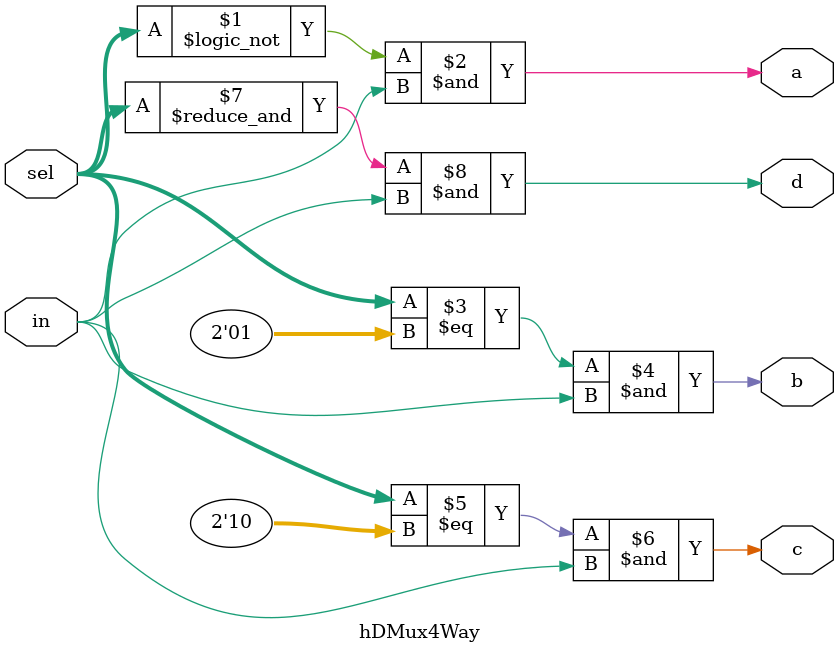
<source format=v>
module hDMux4Way(	// file.cleaned.mlir:2:3
  input        in,	// file.cleaned.mlir:2:27
  input  [1:0] sel,	// file.cleaned.mlir:2:40
  output       a,	// file.cleaned.mlir:2:55
               b,	// file.cleaned.mlir:2:67
               c,	// file.cleaned.mlir:2:79
               d	// file.cleaned.mlir:2:91
);

  assign a = sel == 2'h0 & in;	// file.cleaned.mlir:6:14, :7:10, :8:10, :15:5
  assign b = sel == 2'h1 & in;	// file.cleaned.mlir:5:14, :9:10, :10:10, :15:5
  assign c = sel == 2'h2 & in;	// file.cleaned.mlir:4:15, :11:10, :12:10, :15:5
  assign d = (&sel) & in;	// file.cleaned.mlir:13:10, :14:10, :15:5
endmodule


</source>
